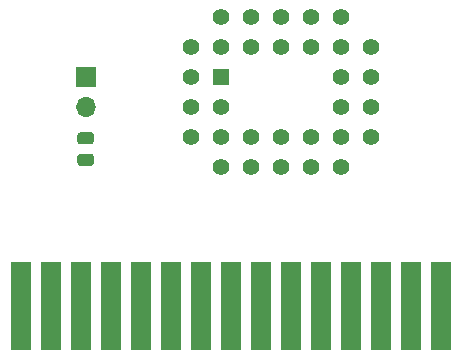
<source format=gbr>
G04 #@! TF.GenerationSoftware,KiCad,Pcbnew,(5.1.8)-1*
G04 #@! TF.CreationDate,2020-11-23T14:14:14+01:00*
G04 #@! TF.ProjectId,MM1_FLASH_128k_A,4d4d315f-464c-4415-9348-5f3132386b5f,R1*
G04 #@! TF.SameCoordinates,PX6b49d20PY52f83c0*
G04 #@! TF.FileFunction,Soldermask,Top*
G04 #@! TF.FilePolarity,Negative*
%FSLAX46Y46*%
G04 Gerber Fmt 4.6, Leading zero omitted, Abs format (unit mm)*
G04 Created by KiCad (PCBNEW (5.1.8)-1) date 2020-11-23 14:14:14*
%MOMM*%
%LPD*%
G01*
G04 APERTURE LIST*
%ADD10R,1.700000X7.500000*%
%ADD11R,1.422400X1.422400*%
%ADD12C,1.422400*%
%ADD13R,1.700000X1.700000*%
%ADD14O,1.700000X1.700000*%
G04 APERTURE END LIST*
D10*
X7530000Y-29890000D03*
X10070000Y-29890000D03*
X12610000Y-29890000D03*
X15150000Y-29890000D03*
X17690000Y-29890000D03*
X20230000Y-29890000D03*
X22770000Y-29890000D03*
X25310000Y-29890000D03*
X27850000Y-29890000D03*
X30390000Y-29890000D03*
X32930000Y-29890000D03*
X35470000Y-29890000D03*
X38010000Y-29890000D03*
X40550000Y-29890000D03*
X43090000Y-29890000D03*
G36*
G01*
X12549999Y-15163000D02*
X13450001Y-15163000D01*
G75*
G02*
X13700000Y-15412999I0J-249999D01*
G01*
X13700000Y-15938001D01*
G75*
G02*
X13450001Y-16188000I-249999J0D01*
G01*
X12549999Y-16188000D01*
G75*
G02*
X12300000Y-15938001I0J249999D01*
G01*
X12300000Y-15412999D01*
G75*
G02*
X12549999Y-15163000I249999J0D01*
G01*
G37*
G36*
G01*
X12549999Y-16988000D02*
X13450001Y-16988000D01*
G75*
G02*
X13700000Y-17237999I0J-249999D01*
G01*
X13700000Y-17763001D01*
G75*
G02*
X13450001Y-18013000I-249999J0D01*
G01*
X12549999Y-18013000D01*
G75*
G02*
X12300000Y-17763001I0J249999D01*
G01*
X12300000Y-17237999D01*
G75*
G02*
X12549999Y-16988000I249999J0D01*
G01*
G37*
D11*
X24500000Y-10500000D03*
D12*
X24500000Y-13040000D03*
X24500000Y-7960000D03*
X21960000Y-13040000D03*
X21960000Y-15580000D03*
X21960000Y-10500000D03*
X21960000Y-7960000D03*
X24500000Y-15580000D03*
X27040000Y-15580000D03*
X29580000Y-15580000D03*
X32120000Y-15580000D03*
X24500000Y-18120000D03*
X27040000Y-18120000D03*
X29580000Y-18120000D03*
X32120000Y-18120000D03*
X34660000Y-18120000D03*
X34660000Y-15580000D03*
X34660000Y-13040000D03*
X34660000Y-10500000D03*
X34660000Y-5420000D03*
X37200000Y-15580000D03*
X37200000Y-13040000D03*
X37200000Y-10500000D03*
X37200000Y-7960000D03*
X34660000Y-7960000D03*
X32120000Y-7960000D03*
X29580000Y-7960000D03*
X27040000Y-7960000D03*
X32120000Y-5420000D03*
X29580000Y-5420000D03*
X27040000Y-5420000D03*
X24500000Y-5420000D03*
D13*
X13000000Y-10500000D03*
D14*
X13000000Y-13040000D03*
M02*

</source>
